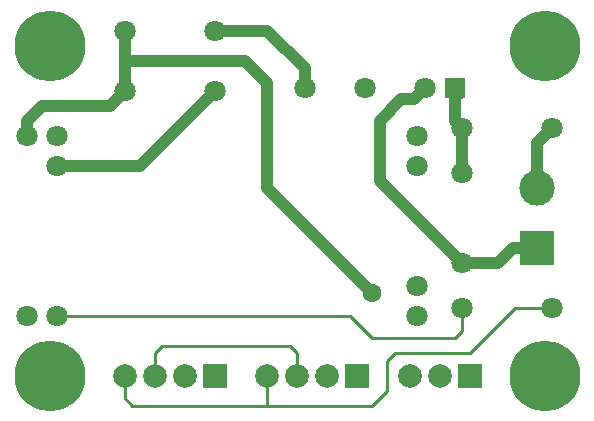
<source format=gbr>
G04 #@! TF.GenerationSoftware,KiCad,Pcbnew,(5.0.1-3-g963ef8bb5)*
G04 #@! TF.CreationDate,2019-06-08T18:57:16-07:00*
G04 #@! TF.ProjectId,board,626F6172642E6B696361645F70636200,rev?*
G04 #@! TF.SameCoordinates,Original*
G04 #@! TF.FileFunction,Copper,L1,Top,Signal*
G04 #@! TF.FilePolarity,Positive*
%FSLAX46Y46*%
G04 Gerber Fmt 4.6, Leading zero omitted, Abs format (unit mm)*
G04 Created by KiCad (PCBNEW (5.0.1-3-g963ef8bb5)) date Saturday, June 08, 2019 at 06:57:16 PM*
%MOMM*%
%LPD*%
G01*
G04 APERTURE LIST*
G04 #@! TA.AperFunction,ComponentPad*
%ADD10C,1.800000*%
G04 #@! TD*
G04 #@! TA.AperFunction,ComponentPad*
%ADD11R,1.800000X1.800000*%
G04 #@! TD*
G04 #@! TA.AperFunction,ComponentPad*
%ADD12C,2.000000*%
G04 #@! TD*
G04 #@! TA.AperFunction,ComponentPad*
%ADD13R,2.000000X2.000000*%
G04 #@! TD*
G04 #@! TA.AperFunction,ComponentPad*
%ADD14R,3.000000X3.000000*%
G04 #@! TD*
G04 #@! TA.AperFunction,ComponentPad*
%ADD15C,3.000000*%
G04 #@! TD*
G04 #@! TA.AperFunction,ComponentPad*
%ADD16C,6.000000*%
G04 #@! TD*
G04 #@! TA.AperFunction,ViaPad*
%ADD17C,1.600000*%
G04 #@! TD*
G04 #@! TA.AperFunction,Conductor*
%ADD18C,0.254000*%
G04 #@! TD*
G04 #@! TA.AperFunction,Conductor*
%ADD19C,1.016000*%
G04 #@! TD*
G04 #@! TA.AperFunction,Conductor*
%ADD20C,0.508000*%
G04 #@! TD*
G04 APERTURE END LIST*
D10*
G04 #@! TO.P,U2,4*
G04 #@! TO.N,Net-(D2-PadA)*
X134620000Y-81100000D03*
G04 #@! TO.P,U2,3*
G04 #@! TO.N,GND*
X139700000Y-81100000D03*
D11*
G04 #@! TO.P,U2,1*
G04 #@! TO.N,Net-(D1-PadK)*
X147320000Y-81100000D03*
D10*
G04 #@! TO.P,U2,2*
G04 #@! TO.N,Net-(J4-Pad1)*
X144780000Y-81100000D03*
G04 #@! TD*
G04 #@! TO.P,D1,K*
G04 #@! TO.N,Net-(D1-PadK)*
X147955000Y-84455000D03*
G04 #@! TO.P,D1,A*
G04 #@! TO.N,Net-(D1-PadA)*
X155575000Y-84455000D03*
G04 #@! TD*
G04 #@! TO.P,D2,K*
G04 #@! TO.N,Net-(D2-PadK)*
X119380000Y-76200000D03*
G04 #@! TO.P,D2,A*
G04 #@! TO.N,Net-(D2-PadA)*
X127000000Y-76200000D03*
G04 #@! TD*
G04 #@! TO.P,D3,K*
G04 #@! TO.N,Net-(D2-PadK)*
X119380000Y-81280000D03*
G04 #@! TO.P,D3,A*
G04 #@! TO.N,Net-(D3-PadA)*
X127000000Y-81280000D03*
G04 #@! TD*
D12*
G04 #@! TO.P,J1,4*
G04 #@! TO.N,/SERIAL_IN*
X119380000Y-105410000D03*
D13*
G04 #@! TO.P,J1,1*
G04 #@! TO.N,Net-(J1-Pad1)*
X127000000Y-105410000D03*
D12*
G04 #@! TO.P,J1,2*
G04 #@! TO.N,GND*
X124460000Y-105410000D03*
G04 #@! TO.P,J1,3*
G04 #@! TO.N,Net-(J1-Pad3)*
X121920000Y-105410000D03*
G04 #@! TD*
G04 #@! TO.P,J2,4*
G04 #@! TO.N,/SERIAL_IN*
X131445000Y-105410000D03*
D13*
G04 #@! TO.P,J2,1*
G04 #@! TO.N,Net-(J1-Pad1)*
X139065000Y-105410000D03*
D12*
G04 #@! TO.P,J2,2*
G04 #@! TO.N,GND*
X136525000Y-105410000D03*
G04 #@! TO.P,J2,3*
G04 #@! TO.N,Net-(J1-Pad3)*
X133985000Y-105410000D03*
G04 #@! TD*
D13*
G04 #@! TO.P,J3,1*
G04 #@! TO.N,GND*
X148590000Y-105410000D03*
D12*
G04 #@! TO.P,J3,2*
G04 #@! TO.N,/DATA*
X146050000Y-105410000D03*
G04 #@! TO.P,J3,3*
G04 #@! TO.N,Net-(D2-PadK)*
X143510000Y-105410000D03*
G04 #@! TD*
D14*
G04 #@! TO.P,J4,1*
G04 #@! TO.N,Net-(J4-Pad1)*
X154305000Y-94615000D03*
D15*
G04 #@! TO.P,J4,2*
G04 #@! TO.N,Net-(D1-PadA)*
X154305000Y-89535000D03*
G04 #@! TD*
D10*
G04 #@! TO.P,R1,1*
G04 #@! TO.N,/SERIAL_IN*
X155575000Y-99695000D03*
G04 #@! TO.P,R1,2*
G04 #@! TO.N,Net-(R1-Pad2)*
X147955000Y-99695000D03*
G04 #@! TD*
G04 #@! TO.P,R2,1*
G04 #@! TO.N,Net-(J4-Pad1)*
X147955000Y-95885000D03*
G04 #@! TO.P,R2,2*
G04 #@! TO.N,Net-(D1-PadK)*
X147955000Y-88265000D03*
G04 #@! TD*
G04 #@! TO.P,U1,19*
G04 #@! TO.N,N/C*
X144145000Y-87630000D03*
G04 #@! TO.P,U1,15*
G04 #@! TO.N,/DATA*
X144145000Y-97790000D03*
G04 #@! TO.P,U1,34*
G04 #@! TO.N,Net-(D3-PadA)*
X113665000Y-87630000D03*
G04 #@! TO.P,U1,32*
G04 #@! TO.N,GND*
X113665000Y-85090000D03*
G04 #@! TO.P,U1,33*
G04 #@! TO.N,Net-(D2-PadK)*
X111125000Y-85090000D03*
G04 #@! TO.P,U1,20*
G04 #@! TO.N,N/C*
X144145000Y-85090000D03*
G04 #@! TO.P,U1,14*
X144145000Y-100330000D03*
G04 #@! TO.P,U1,2*
G04 #@! TO.N,Net-(R1-Pad2)*
X113665000Y-100330000D03*
G04 #@! TO.P,U1,1*
G04 #@! TO.N,GND*
X111125000Y-100330000D03*
G04 #@! TD*
D16*
G04 #@! TO.P,H1,1*
G04 #@! TO.N,N/C*
X113030000Y-105410000D03*
G04 #@! TD*
G04 #@! TO.P,H2,1*
G04 #@! TO.N,N/C*
X113030000Y-77470000D03*
G04 #@! TD*
G04 #@! TO.P,H3,1*
G04 #@! TO.N,N/C*
X154940000Y-105410000D03*
G04 #@! TD*
G04 #@! TO.P,H4,1*
G04 #@! TO.N,N/C*
X154940000Y-77470000D03*
G04 #@! TD*
D17*
G04 #@! TO.N,Net-(D2-PadK)*
X140335000Y-98425000D03*
G04 #@! TD*
D18*
G04 #@! TO.N,Net-(J1-Pad3)*
X133985000Y-103505000D02*
X133985000Y-105410000D01*
X121920000Y-103505000D02*
X122555000Y-102870000D01*
X133350000Y-102870000D02*
X133985000Y-103505000D01*
X122555000Y-102870000D02*
X133350000Y-102870000D01*
X121920000Y-105410000D02*
X121920000Y-103505000D01*
G04 #@! TO.N,/SERIAL_IN*
X119380000Y-107315000D02*
X119380000Y-105410000D01*
X141605000Y-106680000D02*
X140335000Y-107950000D01*
X141605000Y-104140000D02*
X141605000Y-106680000D01*
X120015000Y-107950000D02*
X119380000Y-107315000D01*
X148590000Y-103505000D02*
X142240000Y-103505000D01*
X152400000Y-99695000D02*
X148590000Y-103505000D01*
X142240000Y-103505000D02*
X141605000Y-104140000D01*
X155575000Y-99695000D02*
X152400000Y-99695000D01*
X131445000Y-105410000D02*
X131445000Y-107950000D01*
X131445000Y-107950000D02*
X120015000Y-107950000D01*
X140335000Y-107950000D02*
X131445000Y-107950000D01*
G04 #@! TO.N,Net-(R1-Pad2)*
X138430000Y-100330000D02*
X113665000Y-100330000D01*
X140335000Y-102235000D02*
X138430000Y-100330000D01*
X147320000Y-102235000D02*
X140335000Y-102235000D01*
X147955000Y-101600000D02*
X147320000Y-102235000D01*
X147955000Y-99695000D02*
X147955000Y-101600000D01*
D19*
G04 #@! TO.N,Net-(J4-Pad1)*
X151027000Y-95885000D02*
X147955000Y-95885000D01*
X152297000Y-94615000D02*
X151027000Y-95885000D01*
X154305000Y-94615000D02*
X152297000Y-94615000D01*
X143880001Y-81999999D02*
X142790001Y-81999999D01*
X144780000Y-81100000D02*
X143880001Y-81999999D01*
X142790001Y-81999999D02*
X140970000Y-83820000D01*
X140970000Y-88900000D02*
X147955000Y-95885000D01*
X140970000Y-83820000D02*
X140970000Y-88900000D01*
G04 #@! TO.N,Net-(D1-PadA)*
X154305000Y-85725000D02*
X155575000Y-84455000D01*
X154305000Y-89535000D02*
X154305000Y-85725000D01*
D20*
G04 #@! TO.N,Net-(D1-PadK)*
X147955000Y-81735000D02*
X147320000Y-81100000D01*
D19*
X147955000Y-88265000D02*
X147955000Y-84455000D01*
X147320000Y-83820000D02*
X147955000Y-84455000D01*
X147320000Y-81100000D02*
X147320000Y-83820000D01*
G04 #@! TO.N,Net-(D2-PadA)*
X134620000Y-81100000D02*
X134620000Y-79375000D01*
X134620000Y-79375000D02*
X131445000Y-76200000D01*
X131445000Y-76200000D02*
X127000000Y-76200000D01*
G04 #@! TO.N,Net-(D3-PadA)*
X120650000Y-87630000D02*
X127000000Y-81280000D01*
X113665000Y-87630000D02*
X120650000Y-87630000D01*
G04 #@! TO.N,Net-(D2-PadK)*
X119380000Y-78740000D02*
X119380000Y-80645000D01*
X119380000Y-76835000D02*
X119380000Y-78740000D01*
X111125000Y-85090000D02*
X111125000Y-83820000D01*
X111125000Y-83820000D02*
X112395000Y-82550000D01*
X118110000Y-82550000D02*
X119380000Y-81280000D01*
X112395000Y-82550000D02*
X118110000Y-82550000D01*
X131445000Y-89535000D02*
X140335000Y-98425000D01*
X131445000Y-80645000D02*
X131445000Y-89535000D01*
X129540000Y-78740000D02*
X131445000Y-80645000D01*
X119380000Y-78740000D02*
X129540000Y-78740000D01*
G04 #@! TD*
M02*

</source>
